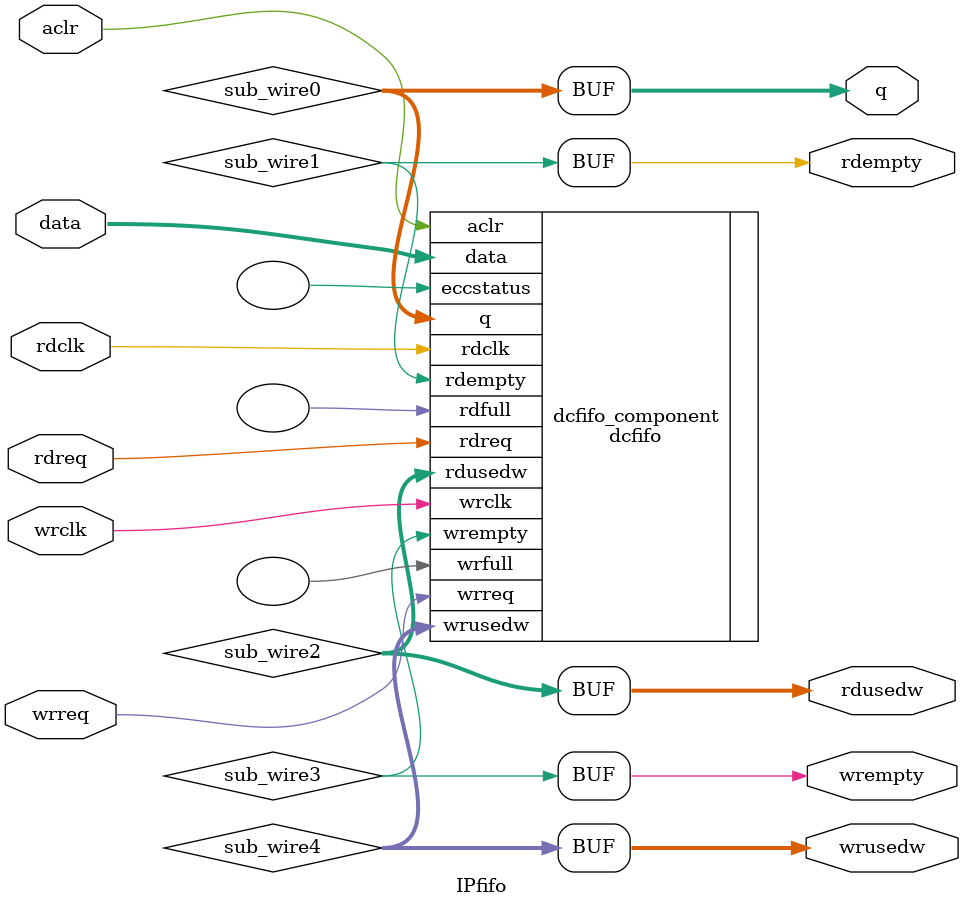
<source format=v>
module IPfifo (
	aclr,
	data,
	rdclk,
	rdreq,
	wrclk,
	wrreq,
	q,
	rdempty,
	rdusedw,
	wrempty,
	wrusedw);
	input	  aclr;
	input	[9:0]  data;
	input	  rdclk;
	input	  rdreq;
	input	  wrclk;
	input	  wrreq;
	output	[9:0]  q;
	output	  rdempty;
	output	[13:0]  rdusedw;
	output	  wrempty;
	output	[13:0]  wrusedw;
`ifndef ALTERA_RESERVED_QIS
// synopsys translate_off
`endif
	tri0	  aclr;
`ifndef ALTERA_RESERVED_QIS
// synopsys translate_on
`endif
	wire [9:0] sub_wire0;
	wire  sub_wire1;
	wire [13:0] sub_wire2;
	wire  sub_wire3;
	wire [13:0] sub_wire4;
	wire [9:0] q = sub_wire0[9:0];
	wire  rdempty = sub_wire1;
	wire [13:0] rdusedw = sub_wire2[13:0];
	wire  wrempty = sub_wire3;
	wire [13:0] wrusedw = sub_wire4[13:0];
	dcfifo	dcfifo_component (
				.aclr (aclr),
				.data (data),
				.rdclk (rdclk),
				.rdreq (rdreq),
				.wrclk (wrclk),
				.wrreq (wrreq),
				.q (sub_wire0),
				.rdempty (sub_wire1),
				.rdusedw (sub_wire2),
				.wrempty (sub_wire3),
				.wrusedw (sub_wire4),
				.eccstatus (),
				.rdfull (),
				.wrfull ());
	defparam
		dcfifo_component.add_usedw_msb_bit = "ON",
		dcfifo_component.intended_device_family = "Cyclone IV E",
		dcfifo_component.lpm_numwords = 8192,
		dcfifo_component.lpm_showahead = "ON",
		dcfifo_component.lpm_type = "dcfifo",
		dcfifo_component.lpm_width = 10,
		dcfifo_component.lpm_widthu = 14,
		dcfifo_component.overflow_checking = "ON",
		dcfifo_component.rdsync_delaypipe = 5,
		dcfifo_component.read_aclr_synch = "OFF",
		dcfifo_component.underflow_checking = "ON",
		dcfifo_component.use_eab = "ON",
		dcfifo_component.write_aclr_synch = "ON",
		dcfifo_component.wrsync_delaypipe = 5;
endmodule
</source>
